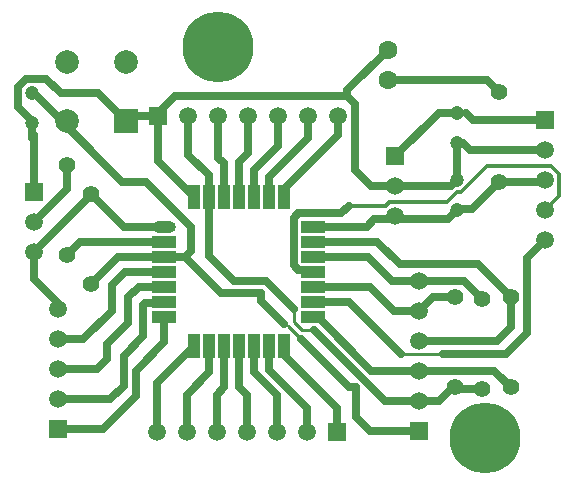
<source format=gtl>
%FSAX43Y43*%
%MOMM*%
G71*
G01*
G75*
G04 Layer_Physical_Order=1*
G04 Layer_Color=255*
%ADD10O,2.000X1.000*%
%ADD11R,2.000X1.000*%
%ADD12R,1.000X2.000*%
%ADD13C,0.700*%
%ADD14C,0.254*%
%ADD15C,0.300*%
%ADD16R,2.000X2.000*%
%ADD17C,2.000*%
%ADD18C,1.500*%
%ADD19R,1.500X1.500*%
%ADD20R,1.500X1.500*%
%ADD21C,1.200*%
%ADD22C,1.400*%
%ADD23C,1.600*%
%ADD24C,6.000*%
D10*
X0047244Y0058801D02*
D03*
D11*
Y0057531D02*
D03*
Y0056261D02*
D03*
Y0054991D02*
D03*
Y0053721D02*
D03*
Y0052451D02*
D03*
Y0051181D02*
D03*
X0059864D02*
D03*
Y0052451D02*
D03*
Y0053721D02*
D03*
Y0054991D02*
D03*
Y0056261D02*
D03*
Y0057531D02*
D03*
Y0058801D02*
D03*
D12*
X0049744Y0048681D02*
D03*
X0051014D02*
D03*
X0052284D02*
D03*
X0053554D02*
D03*
X0054824D02*
D03*
X0056094D02*
D03*
X0057364D02*
D03*
Y0061301D02*
D03*
X0056094D02*
D03*
X0054824D02*
D03*
X0053554D02*
D03*
X0052284D02*
D03*
X0051014D02*
D03*
X0049744D02*
D03*
D13*
X0036195Y0070104D02*
X0043688Y0062611D01*
X0036068Y0070104D02*
X0036195D01*
X0043561Y0068199D02*
X0046736D01*
X0041656Y0070104D02*
X0043561Y0068199D01*
X0038481Y0070104D02*
X0041656D01*
X0037277Y0071308D02*
X0038481Y0070104D01*
X0035569Y0071308D02*
X0037277D01*
X0061849Y0041402D02*
Y0043434D01*
X0057364Y0047919D02*
X0061849Y0043434D01*
X0056094Y0046649D02*
Y0048681D01*
Y0046649D02*
X0059309Y0043434D01*
Y0041402D02*
Y0043434D01*
X0054824Y0046522D02*
Y0048681D01*
Y0046522D02*
X0056769Y0044577D01*
Y0041402D02*
Y0044577D01*
X0053554Y0045252D02*
Y0048681D01*
Y0045252D02*
X0054229Y0044577D01*
Y0041402D02*
Y0044577D01*
X0052284Y0045172D02*
Y0048681D01*
X0051689Y0044577D02*
X0052284Y0045172D01*
X0051689Y0041402D02*
Y0044577D01*
X0051014Y0046442D02*
Y0048681D01*
X0049149Y0044577D02*
X0051014Y0046442D01*
X0049149Y0041402D02*
Y0044577D01*
X0046609Y0045546D02*
X0049744Y0048681D01*
X0046609Y0041402D02*
Y0045546D01*
X0046736Y0064309D02*
Y0068199D01*
Y0064309D02*
X0049744Y0061301D01*
X0049276Y0064897D02*
Y0068199D01*
Y0064897D02*
X0051014Y0063159D01*
Y0061301D02*
Y0063159D01*
X0051816Y0064643D02*
Y0068199D01*
Y0064643D02*
X0052284Y0064175D01*
Y0061301D02*
Y0064175D01*
X0054356Y0065024D02*
Y0068199D01*
X0053554Y0064222D02*
X0054356Y0065024D01*
X0053554Y0061301D02*
Y0064222D01*
X0056896Y0065659D02*
Y0068199D01*
X0054824Y0063587D02*
X0056896Y0065659D01*
X0054824Y0061301D02*
Y0063587D01*
X0056094Y0061301D02*
Y0062952D01*
X0059436Y0066294D01*
Y0068199D01*
X0057364Y0061936D02*
X0061976Y0066548D01*
Y0068199D01*
X0043307Y0056261D02*
X0047244D01*
X0040132Y0057531D02*
X0047244D01*
Y0056261D02*
X0049022D01*
X0049530Y0056769D01*
Y0058801D01*
X0049022Y0056261D02*
X0052070Y0053213D01*
X0055478D01*
X0063479Y0042693D02*
Y0045212D01*
Y0042693D02*
X0064643Y0041529D01*
X0068834D01*
X0072517Y0065913D02*
X0073152Y0065278D01*
X0072771Y0068453D02*
X0073406Y0067818D01*
X0046736Y0068199D02*
Y0068453D01*
X0048133Y0069850D01*
X0062738D01*
X0063373Y0069215D01*
Y0063627D02*
Y0069215D01*
X0062738Y0070358D02*
X0066167Y0073787D01*
X0062738Y0069850D02*
Y0070358D01*
X0059864Y0058801D02*
X0064389D01*
X0065024Y0059436D01*
X0051014Y0056301D02*
Y0061301D01*
Y0056301D02*
X0053148Y0054167D01*
X0055873D01*
X0058260Y0051780D01*
X0065971Y0044069D02*
X0068834D01*
X0059963Y0050077D02*
X0065971Y0044069D01*
X0055478Y0052472D02*
Y0053213D01*
Y0052472D02*
X0057404Y0050546D01*
X0062872Y0045212D02*
X0063479D01*
X0058808Y0049276D02*
X0062872Y0045212D01*
X0068834Y0044069D02*
X0070485D01*
X0071501Y0045085D01*
X0074168D01*
X0059864Y0056261D02*
X0064516D01*
X0066548Y0054229D01*
X0072644D02*
X0074168Y0052705D01*
X0066548Y0054229D02*
X0068834D01*
X0072644D01*
X0069977Y0052832D02*
X0071628D01*
X0068834Y0051689D02*
X0069977Y0052832D01*
X0066675Y0051689D02*
X0068834D01*
X0064643Y0053721D02*
X0066675Y0051689D01*
X0059864Y0053721D02*
X0064643D01*
X0068834Y0049149D02*
X0075438D01*
X0076581Y0050292D01*
Y0052832D01*
X0073787Y0055626D02*
X0076581Y0052832D01*
X0067183Y0055626D02*
X0073787D01*
X0065278Y0057531D02*
X0067183Y0055626D01*
X0059864Y0057531D02*
X0065278D01*
X0068834Y0046609D02*
X0075184D01*
X0076581Y0045212D01*
X0059817Y0051181D02*
X0059864D01*
X0059967Y0051031D02*
X0060358D01*
X0064780Y0046609D01*
X0068834D01*
X0059817Y0051181D02*
X0059967Y0051031D01*
X0059864Y0052451D02*
X0062865D01*
X0067310Y0048006D01*
X0076200D02*
X0077978Y0049784D01*
X0070866Y0048006D02*
X0076200D01*
X0059698Y0055157D02*
X0059864Y0054991D01*
X0058614Y0055157D02*
X0059698D01*
X0058260Y0055511D02*
X0058614Y0055157D01*
X0058260Y0055511D02*
Y0059551D01*
X0058614Y0059905D01*
X0062191D01*
X0062865Y0060579D01*
X0038227Y0041656D02*
X0042037D01*
X0044831Y0044450D01*
Y0046609D01*
X0047244Y0049022D01*
Y0051181D01*
X0038227Y0044196D02*
X0042672D01*
X0043815Y0045339D01*
Y0047879D01*
X0045466Y0049530D01*
Y0052197D01*
X0045593Y0052324D02*
X0047117D01*
X0038227Y0046736D02*
X0041529D01*
X0042418Y0047625D01*
Y0048895D01*
X0044196Y0050673D01*
Y0052832D01*
X0045085Y0053721D01*
X0047244D01*
X0038227Y0049276D02*
X0040386D01*
X0042799Y0051689D01*
Y0053848D01*
X0043942Y0054991D01*
X0047244D01*
X0041021Y0053975D02*
X0043307Y0056261D01*
X0038989Y0056388D02*
X0040132Y0057531D01*
X0043815Y0058801D02*
X0047244D01*
X0041021Y0061595D02*
X0043815Y0058801D01*
X0038227Y0051816D02*
Y0052324D01*
X0036195Y0054356D02*
X0038227Y0052324D01*
X0036195Y0054356D02*
Y0056642D01*
X0041021Y0061468D01*
Y0061595D01*
X0045720Y0062611D02*
X0049530Y0058801D01*
X0065024Y0059436D02*
X0071247D01*
X0072136Y0060325D02*
X0073279D01*
X0075565Y0062611D01*
X0079375D01*
X0079502Y0062738D01*
X0071247Y0059436D02*
X0072009Y0060198D01*
X0072136Y0060325D01*
X0063373Y0063627D02*
X0064770Y0062230D01*
X0066802D01*
X0073152Y0065278D02*
X0079502D01*
X0072009Y0062738D02*
Y0065913D01*
X0071501Y0062230D02*
X0072009Y0062738D01*
X0066802Y0062230D02*
X0071501D01*
X0066802Y0064770D02*
X0070485Y0068453D01*
X0072009D01*
X0077978Y0049784D02*
Y0056134D01*
X0079502Y0057658D01*
X0073406Y0067818D02*
X0079502D01*
X0066167Y0071247D02*
X0074549D01*
X0075565Y0070231D01*
X0036068Y0066294D02*
Y0067564D01*
X0036195Y0061722D02*
Y0066548D01*
X0034864Y0070603D02*
X0035569Y0071308D01*
X0034864Y0068900D02*
Y0070603D01*
Y0068900D02*
X0036068Y0067696D01*
X0043688Y0062611D02*
X0045720D01*
X0036195Y0059182D02*
X0038989Y0061976D01*
Y0064008D01*
D14*
X0057364Y0047919D02*
Y0048681D01*
X0047117Y0052324D02*
X0047244Y0052451D01*
X0057364Y0061301D02*
Y0061936D01*
X0058260Y0050746D02*
X0058929Y0050077D01*
X0058260Y0050746D02*
Y0051780D01*
X0058929Y0050077D02*
X0059963D01*
X0057728Y0050355D02*
X0058808Y0049276D01*
X0067310Y0048006D02*
X0070866D01*
X0045466Y0052197D02*
X0045593Y0052324D01*
D15*
X0062865Y0060579D02*
X0066059D01*
X0066324Y0060844D01*
X0072071Y0061734D02*
X0072425D01*
X0074583Y0063892D01*
X0079980D01*
X0080656Y0063216D01*
Y0061352D02*
Y0063216D01*
X0066324Y0060844D02*
X0071181D01*
X0072071Y0061734D01*
X0079502Y0060198D02*
X0080656Y0061352D01*
D16*
X0043989Y0067771D02*
D03*
D17*
Y0072771D02*
D03*
X0038989Y0067771D02*
D03*
Y0072771D02*
D03*
D18*
X0061976Y0068199D02*
D03*
X0059436D02*
D03*
X0056896D02*
D03*
X0054356D02*
D03*
X0049276D02*
D03*
X0051816D02*
D03*
X0066802Y0062230D02*
D03*
Y0059690D02*
D03*
X0036195Y0059182D02*
D03*
Y0056642D02*
D03*
X0079502Y0057658D02*
D03*
Y0060198D02*
D03*
Y0062738D02*
D03*
Y0065278D02*
D03*
X0068834Y0044069D02*
D03*
Y0046609D02*
D03*
Y0049149D02*
D03*
Y0051689D02*
D03*
Y0054229D02*
D03*
X0046609Y0041402D02*
D03*
X0049149D02*
D03*
X0051689D02*
D03*
X0054229D02*
D03*
X0059309D02*
D03*
X0056769D02*
D03*
X0038227Y0051816D02*
D03*
Y0049276D02*
D03*
Y0046736D02*
D03*
Y0044196D02*
D03*
D19*
X0046736Y0068199D02*
D03*
X0061849Y0041402D02*
D03*
D20*
X0066802Y0064770D02*
D03*
X0036195Y0061722D02*
D03*
X0079502Y0067818D02*
D03*
X0068834Y0041529D02*
D03*
X0038227Y0041656D02*
D03*
D21*
X0072009Y0065913D02*
D03*
Y0068453D02*
D03*
X0036068Y0070104D02*
D03*
Y0067564D02*
D03*
X0072009Y0062738D02*
D03*
Y0060198D02*
D03*
D22*
X0041021Y0061595D02*
D03*
Y0053975D02*
D03*
X0038989Y0064008D02*
D03*
Y0056388D02*
D03*
X0075565Y0062611D02*
D03*
Y0070231D02*
D03*
X0076581Y0045212D02*
D03*
Y0052832D02*
D03*
X0074168Y0052705D02*
D03*
Y0045085D02*
D03*
X0071882Y0045212D02*
D03*
Y0052832D02*
D03*
D23*
X0066167Y0073787D02*
D03*
Y0071247D02*
D03*
D24*
X0074422Y0040894D02*
D03*
X0051816Y0074041D02*
D03*
M02*

</source>
